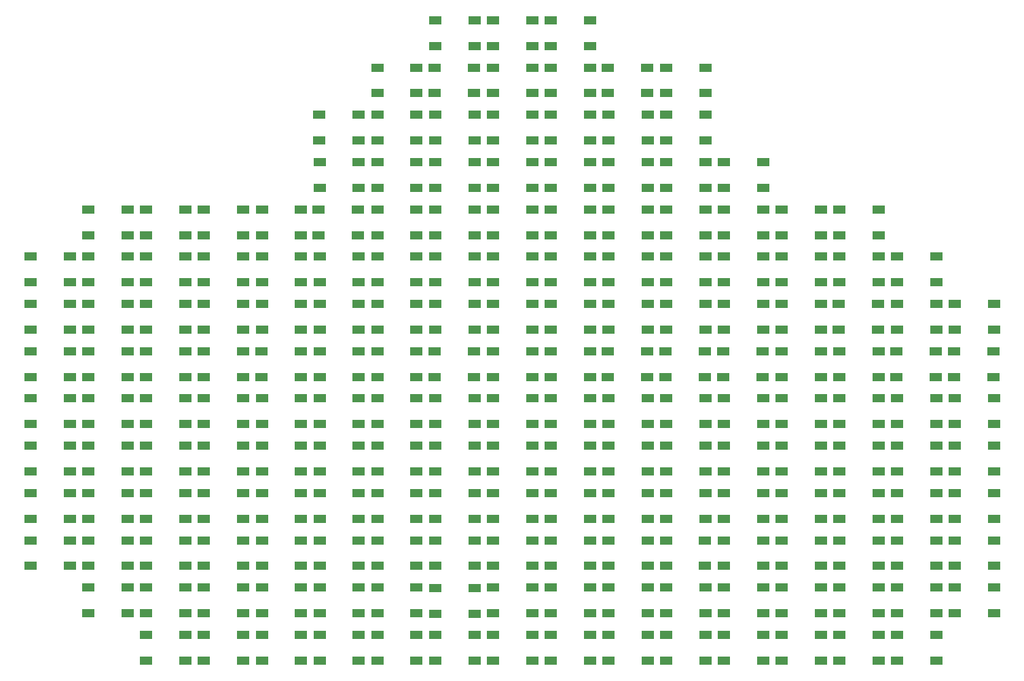
<source format=gtp>
G04 #@! TF.GenerationSoftware,KiCad,Pcbnew,5.1.5+dfsg1-2build2*
G04 #@! TF.CreationDate,2020-10-07T00:50:06-05:00*
G04 #@! TF.ProjectId,LEDs_RGB_cloud,4c454473-5f52-4474-925f-636c6f75642e,rev?*
G04 #@! TF.SameCoordinates,Original*
G04 #@! TF.FileFunction,Paste,Top*
G04 #@! TF.FilePolarity,Positive*
%FSLAX46Y46*%
G04 Gerber Fmt 4.6, Leading zero omitted, Abs format (unit mm)*
G04 Created by KiCad (PCBNEW 5.1.5+dfsg1-2build2) date 2020-10-07 00:50:06*
%MOMM*%
%LPD*%
G04 APERTURE LIST*
%ADD10R,1.500000X1.000000*%
G04 APERTURE END LIST*
D10*
X208490000Y-53910000D03*
X208490000Y-57110000D03*
X213390000Y-53910000D03*
X213390000Y-57110000D03*
X215690000Y-53910000D03*
X215690000Y-57110000D03*
X220590000Y-53910000D03*
X220590000Y-57110000D03*
X222890000Y-53910000D03*
X222890000Y-57110000D03*
X227790000Y-53910000D03*
X227790000Y-57110000D03*
X237290000Y-59810000D03*
X237290000Y-63010000D03*
X242190000Y-59810000D03*
X242190000Y-63010000D03*
X258890000Y-118810000D03*
X258890000Y-122010000D03*
X263790000Y-118810000D03*
X263790000Y-122010000D03*
X230090000Y-118810000D03*
X230090000Y-122010000D03*
X234990000Y-118810000D03*
X234990000Y-122010000D03*
X179690000Y-124710000D03*
X179690000Y-127910000D03*
X184590000Y-124710000D03*
X184590000Y-127910000D03*
X186890000Y-124710000D03*
X186890000Y-127910000D03*
X191790000Y-124710000D03*
X191790000Y-127910000D03*
X194090000Y-124710000D03*
X194090000Y-127910000D03*
X198990000Y-124710000D03*
X198990000Y-127910000D03*
X201290000Y-124710000D03*
X201290000Y-127910000D03*
X206190000Y-124710000D03*
X206190000Y-127910000D03*
X208490000Y-124760000D03*
X208490000Y-127960000D03*
X213390000Y-124760000D03*
X213390000Y-127960000D03*
X215690000Y-124710000D03*
X215690000Y-127910000D03*
X220590000Y-124710000D03*
X220590000Y-127910000D03*
X222890000Y-124710000D03*
X222890000Y-127910000D03*
X227790000Y-124710000D03*
X227790000Y-127910000D03*
X230090000Y-124710000D03*
X230090000Y-127910000D03*
X234990000Y-124710000D03*
X234990000Y-127910000D03*
X237290000Y-124710000D03*
X237290000Y-127910000D03*
X242190000Y-124710000D03*
X242190000Y-127910000D03*
X244490000Y-124710000D03*
X244490000Y-127910000D03*
X249390000Y-124710000D03*
X249390000Y-127910000D03*
X251690000Y-124710000D03*
X251690000Y-127910000D03*
X256590000Y-124710000D03*
X256590000Y-127910000D03*
X258890000Y-124710000D03*
X258890000Y-127910000D03*
X263790000Y-124710000D03*
X263790000Y-127910000D03*
X266090000Y-124710000D03*
X266090000Y-127910000D03*
X270990000Y-124710000D03*
X270990000Y-127910000D03*
X273290000Y-124710000D03*
X273290000Y-127910000D03*
X278190000Y-124710000D03*
X278190000Y-127910000D03*
X266090000Y-130610000D03*
X266090000Y-133810000D03*
X270990000Y-130610000D03*
X270990000Y-133810000D03*
X258890000Y-130610000D03*
X258890000Y-133810000D03*
X263790000Y-130610000D03*
X263790000Y-133810000D03*
X251690000Y-130610000D03*
X251690000Y-133810000D03*
X256590000Y-130610000D03*
X256590000Y-133810000D03*
X244490000Y-130610000D03*
X244490000Y-133810000D03*
X249390000Y-130610000D03*
X249390000Y-133810000D03*
X237290000Y-130610000D03*
X237290000Y-133810000D03*
X242190000Y-130610000D03*
X242190000Y-133810000D03*
X230090000Y-130610000D03*
X230090000Y-133810000D03*
X234990000Y-130610000D03*
X234990000Y-133810000D03*
X222890000Y-130610000D03*
X222890000Y-133810000D03*
X227790000Y-130610000D03*
X227790000Y-133810000D03*
X215690000Y-130610000D03*
X215690000Y-133810000D03*
X220590000Y-130610000D03*
X220590000Y-133810000D03*
X208490000Y-130610000D03*
X208490000Y-133810000D03*
X213390000Y-130610000D03*
X213390000Y-133810000D03*
X201290000Y-130610000D03*
X201290000Y-133810000D03*
X206190000Y-130610000D03*
X206190000Y-133810000D03*
X194090000Y-130610000D03*
X194090000Y-133810000D03*
X198990000Y-130610000D03*
X198990000Y-133810000D03*
X186890000Y-130610000D03*
X186890000Y-133810000D03*
X191790000Y-130610000D03*
X191790000Y-133810000D03*
X179690000Y-130610000D03*
X179690000Y-133810000D03*
X184590000Y-130610000D03*
X184590000Y-133810000D03*
X172470000Y-130650000D03*
X172470000Y-133850000D03*
X177370000Y-130650000D03*
X177370000Y-133850000D03*
X251690000Y-107010000D03*
X251690000Y-110210000D03*
X256590000Y-107010000D03*
X256590000Y-110210000D03*
X244490000Y-118810000D03*
X244490000Y-122010000D03*
X249390000Y-118810000D03*
X249390000Y-122010000D03*
X194090000Y-112910000D03*
X194090000Y-116110000D03*
X198990000Y-112910000D03*
X198990000Y-116110000D03*
X186890000Y-101110000D03*
X186890000Y-104310000D03*
X191790000Y-101110000D03*
X191790000Y-104310000D03*
X194090000Y-101110000D03*
X194090000Y-104310000D03*
X198990000Y-101110000D03*
X198990000Y-104310000D03*
X201290000Y-101110000D03*
X201290000Y-104310000D03*
X206190000Y-101110000D03*
X206190000Y-104310000D03*
X208490000Y-101110000D03*
X208490000Y-104310000D03*
X213390000Y-101110000D03*
X213390000Y-104310000D03*
X215690000Y-101110000D03*
X215690000Y-104310000D03*
X220590000Y-101110000D03*
X220590000Y-104310000D03*
X222890000Y-101110000D03*
X222890000Y-104310000D03*
X227790000Y-101110000D03*
X227790000Y-104310000D03*
X230090000Y-101110000D03*
X230090000Y-104310000D03*
X234990000Y-101110000D03*
X234990000Y-104310000D03*
X237290000Y-101110000D03*
X237290000Y-104310000D03*
X242190000Y-101110000D03*
X242190000Y-104310000D03*
X244490000Y-101110000D03*
X244490000Y-104310000D03*
X249390000Y-101110000D03*
X249390000Y-104310000D03*
X251690000Y-101110000D03*
X251690000Y-104310000D03*
X256590000Y-101110000D03*
X256590000Y-104310000D03*
X258890000Y-101110000D03*
X258890000Y-104310000D03*
X263790000Y-101110000D03*
X263790000Y-104310000D03*
X266090000Y-101110000D03*
X266090000Y-104310000D03*
X270990000Y-101110000D03*
X270990000Y-104310000D03*
X273290000Y-101110000D03*
X273290000Y-104310000D03*
X278190000Y-101110000D03*
X278190000Y-104310000D03*
X273290000Y-107010000D03*
X273290000Y-110210000D03*
X278190000Y-107010000D03*
X278190000Y-110210000D03*
X266090000Y-107010000D03*
X266090000Y-110210000D03*
X270990000Y-107010000D03*
X270990000Y-110210000D03*
X258890000Y-107010000D03*
X258890000Y-110210000D03*
X263790000Y-107010000D03*
X263790000Y-110210000D03*
X244490000Y-107010000D03*
X244490000Y-110210000D03*
X249390000Y-107010000D03*
X249390000Y-110210000D03*
X237290000Y-107010000D03*
X237290000Y-110210000D03*
X242190000Y-107010000D03*
X242190000Y-110210000D03*
X230090000Y-107010000D03*
X230090000Y-110210000D03*
X234990000Y-107010000D03*
X234990000Y-110210000D03*
X222890000Y-107010000D03*
X222890000Y-110210000D03*
X227790000Y-107010000D03*
X227790000Y-110210000D03*
X215690000Y-107010000D03*
X215690000Y-110210000D03*
X220590000Y-107010000D03*
X220590000Y-110210000D03*
X208490000Y-107010000D03*
X208490000Y-110210000D03*
X213390000Y-107010000D03*
X213390000Y-110210000D03*
X201290000Y-107010000D03*
X201290000Y-110210000D03*
X206190000Y-107010000D03*
X206190000Y-110210000D03*
X194090000Y-107010000D03*
X194090000Y-110210000D03*
X198990000Y-107010000D03*
X198990000Y-110210000D03*
X186890000Y-107010000D03*
X186890000Y-110210000D03*
X191790000Y-107010000D03*
X191790000Y-110210000D03*
X179690000Y-107010000D03*
X179690000Y-110210000D03*
X184590000Y-107010000D03*
X184590000Y-110210000D03*
X172490000Y-107010000D03*
X172490000Y-110210000D03*
X177390000Y-107010000D03*
X177390000Y-110210000D03*
X165290000Y-107010000D03*
X165290000Y-110210000D03*
X170190000Y-107010000D03*
X170190000Y-110210000D03*
X158090000Y-107010000D03*
X158090000Y-110210000D03*
X162990000Y-107010000D03*
X162990000Y-110210000D03*
X158090000Y-112910000D03*
X158090000Y-116110000D03*
X162990000Y-112910000D03*
X162990000Y-116110000D03*
X165290000Y-112910000D03*
X165290000Y-116110000D03*
X170190000Y-112910000D03*
X170190000Y-116110000D03*
X172490000Y-112910000D03*
X172490000Y-116110000D03*
X177390000Y-112910000D03*
X177390000Y-116110000D03*
X179690000Y-112910000D03*
X179690000Y-116110000D03*
X184590000Y-112910000D03*
X184590000Y-116110000D03*
X186890000Y-112910000D03*
X186890000Y-116110000D03*
X191790000Y-112910000D03*
X191790000Y-116110000D03*
X201290000Y-112910000D03*
X201290000Y-116110000D03*
X206190000Y-112910000D03*
X206190000Y-116110000D03*
X208490000Y-112910000D03*
X208490000Y-116110000D03*
X213390000Y-112910000D03*
X213390000Y-116110000D03*
X215690000Y-112910000D03*
X215690000Y-116110000D03*
X220590000Y-112910000D03*
X220590000Y-116110000D03*
X222890000Y-112910000D03*
X222890000Y-116110000D03*
X227790000Y-112910000D03*
X227790000Y-116110000D03*
X230090000Y-112910000D03*
X230090000Y-116110000D03*
X234990000Y-112910000D03*
X234990000Y-116110000D03*
X237290000Y-112910000D03*
X237290000Y-116110000D03*
X242190000Y-112910000D03*
X242190000Y-116110000D03*
X244490000Y-112910000D03*
X244490000Y-116110000D03*
X249390000Y-112910000D03*
X249390000Y-116110000D03*
X251690000Y-112910000D03*
X251690000Y-116110000D03*
X256590000Y-112910000D03*
X256590000Y-116110000D03*
X258890000Y-112910000D03*
X258890000Y-116110000D03*
X263790000Y-112910000D03*
X263790000Y-116110000D03*
X266090000Y-112910000D03*
X266090000Y-116110000D03*
X270990000Y-112910000D03*
X270990000Y-116110000D03*
X273290000Y-112910000D03*
X273290000Y-116110000D03*
X278190000Y-112910000D03*
X278190000Y-116110000D03*
X273290000Y-118810000D03*
X273290000Y-122010000D03*
X278190000Y-118810000D03*
X278190000Y-122010000D03*
X266090000Y-118810000D03*
X266090000Y-122010000D03*
X270990000Y-118810000D03*
X270990000Y-122010000D03*
X251690000Y-118810000D03*
X251690000Y-122010000D03*
X256590000Y-118810000D03*
X256590000Y-122010000D03*
X237270000Y-118810000D03*
X237270000Y-122010000D03*
X242170000Y-118810000D03*
X242170000Y-122010000D03*
X222890000Y-118810000D03*
X222890000Y-122010000D03*
X227790000Y-118810000D03*
X227790000Y-122010000D03*
X215690000Y-118810000D03*
X215690000Y-122010000D03*
X220590000Y-118810000D03*
X220590000Y-122010000D03*
X208490000Y-118810000D03*
X208490000Y-122010000D03*
X213390000Y-118810000D03*
X213390000Y-122010000D03*
X201290000Y-118810000D03*
X201290000Y-122010000D03*
X206190000Y-118810000D03*
X206190000Y-122010000D03*
X194090000Y-118810000D03*
X194090000Y-122010000D03*
X198990000Y-118810000D03*
X198990000Y-122010000D03*
X186890000Y-118810000D03*
X186890000Y-122010000D03*
X191790000Y-118810000D03*
X191790000Y-122010000D03*
X179690000Y-118810000D03*
X179690000Y-122010000D03*
X184590000Y-118810000D03*
X184590000Y-122010000D03*
X172490000Y-118810000D03*
X172490000Y-122010000D03*
X177390000Y-118810000D03*
X177390000Y-122010000D03*
X165290000Y-118810000D03*
X165290000Y-122010000D03*
X170190000Y-118810000D03*
X170190000Y-122010000D03*
X158090000Y-118810000D03*
X158090000Y-122010000D03*
X162990000Y-118810000D03*
X162990000Y-122010000D03*
X165290000Y-124710000D03*
X165290000Y-127910000D03*
X170190000Y-124710000D03*
X170190000Y-127910000D03*
X172490000Y-124710000D03*
X172490000Y-127910000D03*
X177390000Y-124710000D03*
X177390000Y-127910000D03*
X179640000Y-101110000D03*
X179640000Y-104310000D03*
X184540000Y-101110000D03*
X184540000Y-104310000D03*
X177390000Y-104310000D03*
X177390000Y-101110000D03*
X172490000Y-104310000D03*
X172490000Y-101110000D03*
X165290000Y-101110000D03*
X165290000Y-104310000D03*
X170190000Y-101110000D03*
X170190000Y-104310000D03*
X158090000Y-101110000D03*
X158090000Y-104310000D03*
X162990000Y-101110000D03*
X162990000Y-104310000D03*
X158040000Y-95210000D03*
X158040000Y-98410000D03*
X162940000Y-95210000D03*
X162940000Y-98410000D03*
X170190000Y-98410000D03*
X170190000Y-95210000D03*
X165290000Y-98410000D03*
X165290000Y-95210000D03*
X172490000Y-95210000D03*
X172490000Y-98410000D03*
X177390000Y-95210000D03*
X177390000Y-98410000D03*
X179690000Y-95210000D03*
X179690000Y-98410000D03*
X184590000Y-95210000D03*
X184590000Y-98410000D03*
X186840000Y-95210000D03*
X186840000Y-98410000D03*
X191740000Y-95210000D03*
X191740000Y-98410000D03*
X198990000Y-98410000D03*
X198990000Y-95210000D03*
X194090000Y-98410000D03*
X194090000Y-95210000D03*
X206190000Y-98410000D03*
X206190000Y-95210000D03*
X201290000Y-98410000D03*
X201290000Y-95210000D03*
X213340000Y-98410000D03*
X213340000Y-95210000D03*
X208440000Y-98410000D03*
X208440000Y-95210000D03*
X215690000Y-95210000D03*
X215690000Y-98410000D03*
X220590000Y-95210000D03*
X220590000Y-98410000D03*
X227790000Y-98410000D03*
X227790000Y-95210000D03*
X222890000Y-98410000D03*
X222890000Y-95210000D03*
X234940000Y-98410000D03*
X234940000Y-95210000D03*
X230040000Y-98410000D03*
X230040000Y-95210000D03*
X242140000Y-98410000D03*
X242140000Y-95210000D03*
X237240000Y-98410000D03*
X237240000Y-95210000D03*
X244440000Y-95210000D03*
X244440000Y-98410000D03*
X249340000Y-95210000D03*
X249340000Y-98410000D03*
X251690000Y-95210000D03*
X251690000Y-98410000D03*
X256590000Y-95210000D03*
X256590000Y-98410000D03*
X258890000Y-95210000D03*
X258890000Y-98410000D03*
X263790000Y-95210000D03*
X263790000Y-98410000D03*
X270940000Y-98410000D03*
X270940000Y-95210000D03*
X266040000Y-98410000D03*
X266040000Y-95210000D03*
X278140000Y-98410000D03*
X278140000Y-95210000D03*
X273240000Y-98410000D03*
X273240000Y-95210000D03*
X278190000Y-92510000D03*
X278190000Y-89310000D03*
X273290000Y-92510000D03*
X273290000Y-89310000D03*
X266090000Y-89310000D03*
X266090000Y-92510000D03*
X270990000Y-89310000D03*
X270990000Y-92510000D03*
X263740000Y-92510000D03*
X263740000Y-89310000D03*
X258840000Y-92510000D03*
X258840000Y-89310000D03*
X256590000Y-92510000D03*
X256590000Y-89310000D03*
X251690000Y-92510000D03*
X251690000Y-89310000D03*
X244490000Y-89310000D03*
X244490000Y-92510000D03*
X249390000Y-89310000D03*
X249390000Y-92510000D03*
X237290000Y-89310000D03*
X237290000Y-92510000D03*
X242190000Y-89310000D03*
X242190000Y-92510000D03*
X230090000Y-89310000D03*
X230090000Y-92510000D03*
X234990000Y-89310000D03*
X234990000Y-92510000D03*
X222890000Y-89310000D03*
X222890000Y-92510000D03*
X227790000Y-89310000D03*
X227790000Y-92510000D03*
X220590000Y-92510000D03*
X220590000Y-89310000D03*
X215690000Y-92510000D03*
X215690000Y-89310000D03*
X208490000Y-89310000D03*
X208490000Y-92510000D03*
X213390000Y-89310000D03*
X213390000Y-92510000D03*
X206190000Y-92510000D03*
X206190000Y-89310000D03*
X201290000Y-92510000D03*
X201290000Y-89310000D03*
X194090000Y-89310000D03*
X194090000Y-92510000D03*
X198990000Y-89310000D03*
X198990000Y-92510000D03*
X191790000Y-92510000D03*
X191790000Y-89310000D03*
X186890000Y-92510000D03*
X186890000Y-89310000D03*
X179690000Y-89310000D03*
X179690000Y-92510000D03*
X184590000Y-89310000D03*
X184590000Y-92510000D03*
X177390000Y-92510000D03*
X177390000Y-89310000D03*
X172490000Y-92510000D03*
X172490000Y-89310000D03*
X170190000Y-92510000D03*
X170190000Y-89310000D03*
X165290000Y-92510000D03*
X165290000Y-89310000D03*
X158040000Y-89310000D03*
X158040000Y-92510000D03*
X162940000Y-89310000D03*
X162940000Y-92510000D03*
X158090000Y-83410000D03*
X158090000Y-86610000D03*
X162990000Y-83410000D03*
X162990000Y-86610000D03*
X165290000Y-83410000D03*
X165290000Y-86610000D03*
X170190000Y-83410000D03*
X170190000Y-86610000D03*
X177390000Y-86610000D03*
X177390000Y-83410000D03*
X172490000Y-86610000D03*
X172490000Y-83410000D03*
X179690000Y-83410000D03*
X179690000Y-86610000D03*
X184590000Y-83410000D03*
X184590000Y-86610000D03*
X186890000Y-83410000D03*
X186890000Y-86610000D03*
X191790000Y-83410000D03*
X191790000Y-86610000D03*
X194090000Y-83410000D03*
X194090000Y-86610000D03*
X198990000Y-83410000D03*
X198990000Y-86610000D03*
X206190000Y-86610000D03*
X206190000Y-83410000D03*
X201290000Y-86610000D03*
X201290000Y-83410000D03*
X213390000Y-86610000D03*
X213390000Y-83410000D03*
X208490000Y-86610000D03*
X208490000Y-83410000D03*
X220590000Y-86610000D03*
X220590000Y-83410000D03*
X215690000Y-86610000D03*
X215690000Y-83410000D03*
X222890000Y-83410000D03*
X222890000Y-86610000D03*
X227790000Y-83410000D03*
X227790000Y-86610000D03*
X234990000Y-86610000D03*
X234990000Y-83410000D03*
X230090000Y-86610000D03*
X230090000Y-83410000D03*
X237290000Y-83410000D03*
X237290000Y-86610000D03*
X242190000Y-83410000D03*
X242190000Y-86610000D03*
X249390000Y-86610000D03*
X249390000Y-83410000D03*
X244490000Y-86610000D03*
X244490000Y-83410000D03*
X251690000Y-83410000D03*
X251690000Y-86610000D03*
X256590000Y-83410000D03*
X256590000Y-86610000D03*
X258890000Y-83410000D03*
X258890000Y-86610000D03*
X263790000Y-83410000D03*
X263790000Y-86610000D03*
X266090000Y-83410000D03*
X266090000Y-86610000D03*
X270990000Y-83410000D03*
X270990000Y-86610000D03*
X263790000Y-80710000D03*
X263790000Y-77510000D03*
X258890000Y-80710000D03*
X258890000Y-77510000D03*
X256590000Y-80710000D03*
X256590000Y-77510000D03*
X251690000Y-80710000D03*
X251690000Y-77510000D03*
X249390000Y-80710000D03*
X249390000Y-77510000D03*
X244490000Y-80710000D03*
X244490000Y-77510000D03*
X237290000Y-77510000D03*
X237290000Y-80710000D03*
X242190000Y-77510000D03*
X242190000Y-80710000D03*
X234990000Y-80710000D03*
X234990000Y-77510000D03*
X230090000Y-80710000D03*
X230090000Y-77510000D03*
X227790000Y-80710000D03*
X227790000Y-77510000D03*
X222890000Y-80710000D03*
X222890000Y-77510000D03*
X220590000Y-80710000D03*
X220590000Y-77510000D03*
X215690000Y-80710000D03*
X215690000Y-77510000D03*
X208490000Y-77510000D03*
X208490000Y-80710000D03*
X213390000Y-77510000D03*
X213390000Y-80710000D03*
X201290000Y-77510000D03*
X201290000Y-80710000D03*
X206190000Y-77510000D03*
X206190000Y-80710000D03*
X198890000Y-80710000D03*
X198890000Y-77510000D03*
X193990000Y-80710000D03*
X193990000Y-77510000D03*
X186890000Y-77510000D03*
X186890000Y-80710000D03*
X191790000Y-77510000D03*
X191790000Y-80710000D03*
X184590000Y-80710000D03*
X184590000Y-77510000D03*
X179690000Y-80710000D03*
X179690000Y-77510000D03*
X172490000Y-77510000D03*
X172490000Y-80710000D03*
X177390000Y-77510000D03*
X177390000Y-80710000D03*
X170190000Y-80710000D03*
X170190000Y-77510000D03*
X165290000Y-80710000D03*
X165290000Y-77510000D03*
X194090000Y-71610000D03*
X194090000Y-74810000D03*
X198990000Y-71610000D03*
X198990000Y-74810000D03*
X206190000Y-74810000D03*
X206190000Y-71610000D03*
X201290000Y-74810000D03*
X201290000Y-71610000D03*
X213390000Y-74810000D03*
X213390000Y-71610000D03*
X208490000Y-74810000D03*
X208490000Y-71610000D03*
X220590000Y-74810000D03*
X220590000Y-71610000D03*
X215690000Y-74810000D03*
X215690000Y-71610000D03*
X227790000Y-74810000D03*
X227790000Y-71610000D03*
X222890000Y-74810000D03*
X222890000Y-71610000D03*
X234990000Y-74810000D03*
X234990000Y-71610000D03*
X230090000Y-74810000D03*
X230090000Y-71610000D03*
X237290000Y-71610000D03*
X237290000Y-74810000D03*
X242190000Y-71610000D03*
X242190000Y-74810000D03*
X249390000Y-74810000D03*
X249390000Y-71610000D03*
X244490000Y-74810000D03*
X244490000Y-71610000D03*
X242190000Y-68910000D03*
X242190000Y-65710000D03*
X237290000Y-68910000D03*
X237290000Y-65710000D03*
X230090000Y-65710000D03*
X230090000Y-68910000D03*
X234990000Y-65710000D03*
X234990000Y-68910000D03*
X222890000Y-65710000D03*
X222890000Y-68910000D03*
X227790000Y-65710000D03*
X227790000Y-68910000D03*
X220590000Y-68910000D03*
X220590000Y-65710000D03*
X215690000Y-68910000D03*
X215690000Y-65710000D03*
X208490000Y-65710000D03*
X208490000Y-68910000D03*
X213390000Y-65710000D03*
X213390000Y-68910000D03*
X206190000Y-68910000D03*
X206190000Y-65710000D03*
X201290000Y-68910000D03*
X201290000Y-65710000D03*
X198940000Y-68910000D03*
X198940000Y-65710000D03*
X194040000Y-68910000D03*
X194040000Y-65710000D03*
X201290000Y-59810000D03*
X201290000Y-63010000D03*
X206190000Y-59810000D03*
X206190000Y-63010000D03*
X208440000Y-59810000D03*
X208440000Y-63010000D03*
X213340000Y-59810000D03*
X213340000Y-63010000D03*
X220590000Y-63010000D03*
X220590000Y-59810000D03*
X215690000Y-63010000D03*
X215690000Y-59810000D03*
X222890000Y-59810000D03*
X222890000Y-63010000D03*
X227790000Y-59810000D03*
X227790000Y-63010000D03*
X230040000Y-59810000D03*
X230040000Y-63010000D03*
X234940000Y-59810000D03*
X234940000Y-63010000D03*
M02*

</source>
